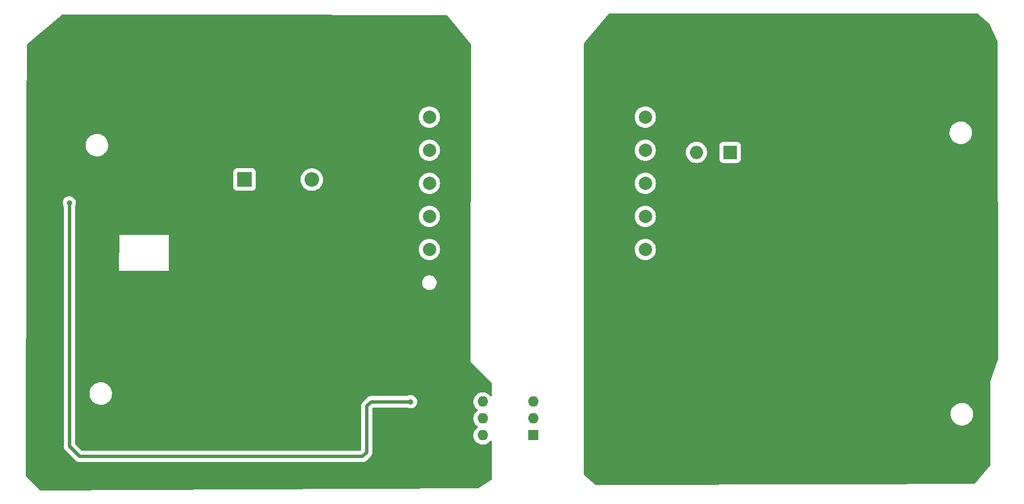
<source format=gbr>
%TF.GenerationSoftware,KiCad,Pcbnew,(6.0.10)*%
%TF.CreationDate,2023-06-11T20:59:40+03:00*%
%TF.ProjectId,flyback,666c7962-6163-46b2-9e6b-696361645f70,rev?*%
%TF.SameCoordinates,Original*%
%TF.FileFunction,Copper,L2,Bot*%
%TF.FilePolarity,Positive*%
%FSLAX46Y46*%
G04 Gerber Fmt 4.6, Leading zero omitted, Abs format (unit mm)*
G04 Created by KiCad (PCBNEW (6.0.10)) date 2023-06-11 20:59:40*
%MOMM*%
%LPD*%
G01*
G04 APERTURE LIST*
%TA.AperFunction,ComponentPad*%
%ADD10R,1.600000X1.600000*%
%TD*%
%TA.AperFunction,ComponentPad*%
%ADD11O,1.600000X1.600000*%
%TD*%
%TA.AperFunction,ComponentPad*%
%ADD12R,2.200000X2.200000*%
%TD*%
%TA.AperFunction,ComponentPad*%
%ADD13O,2.200000X2.200000*%
%TD*%
%TA.AperFunction,ComponentPad*%
%ADD14C,2.000000*%
%TD*%
%TA.AperFunction,ComponentPad*%
%ADD15O,2.000000X2.000000*%
%TD*%
%TA.AperFunction,ComponentPad*%
%ADD16R,2.000000X2.000000*%
%TD*%
%TA.AperFunction,ViaPad*%
%ADD17C,0.800000*%
%TD*%
%TA.AperFunction,Conductor*%
%ADD18C,0.500000*%
%TD*%
G04 APERTURE END LIST*
D10*
%TO.P,U2,1*%
%TO.N,Net-(R13-Pad2)*%
X171313000Y-119238000D03*
D11*
%TO.P,U2,2*%
%TO.N,Net-(R14-Pad1)*%
X171313000Y-116698000D03*
%TO.P,U2,3,NC*%
%TO.N,unconnected-(U2-Pad3)*%
X171313000Y-114158000D03*
%TO.P,U2,4*%
%TO.N,/Vfb*%
X163693000Y-114158000D03*
%TO.P,U2,5*%
%TO.N,/Vref*%
X163693000Y-116698000D03*
%TO.P,U2,6*%
%TO.N,unconnected-(U2-Pad6)*%
X163693000Y-119238000D03*
%TD*%
D12*
%TO.P,D1,1,K*%
%TO.N,Net-(C10-Pad2)*%
X127733000Y-80626000D03*
D13*
%TO.P,D1,2,A*%
%TO.N,Net-(D1-Pad2)*%
X137893000Y-80626000D03*
%TD*%
D14*
%TO.P,T1,2*%
%TO.N,N/C*%
X155629800Y-91186000D03*
%TO.P,T1,3*%
X155629800Y-86186000D03*
%TO.P,T1,4*%
X155629800Y-81186000D03*
%TO.P,T1,5*%
X155629800Y-76186000D03*
%TO.P,T1,6,AA*%
%TO.N,/Vin*%
X155629800Y-71186000D03*
%TO.P,T1,7,SB*%
%TO.N,Net-(D2-Pad2)*%
X188229800Y-71186000D03*
%TO.P,T1,8*%
%TO.N,N/C*%
X188229800Y-76186000D03*
%TO.P,T1,9*%
X188229800Y-81186000D03*
%TO.P,T1,10*%
X188229800Y-86186000D03*
%TO.P,T1,11*%
X188229800Y-91186000D03*
D15*
%TO.P,T1,12,SA*%
%TO.N,GND2*%
X188229800Y-96186000D03*
%TD*%
D16*
%TO.P,D2,1,K*%
%TO.N,/Vout*%
X201041000Y-76510000D03*
D15*
%TO.P,D2,2,A*%
%TO.N,Net-(D2-Pad2)*%
X195961000Y-76510000D03*
%TD*%
D17*
%TO.N,GND2*%
X202793600Y-118338600D03*
X197231000Y-117602000D03*
X200990200Y-111379000D03*
%TO.N,/Vfb*%
X101269800Y-84150200D03*
X152781000Y-114173000D03*
%TO.N,GND1*%
X118795800Y-67995800D03*
X103555800Y-94335600D03*
%TD*%
D18*
%TO.N,/Vfb*%
X152781000Y-114173000D02*
X146837400Y-114173000D01*
X145542000Y-122453400D02*
X102844600Y-122453400D01*
X146177000Y-114833400D02*
X146177000Y-121818400D01*
X102844600Y-122453400D02*
X101269800Y-120878600D01*
X146837400Y-114173000D02*
X146177000Y-114833400D01*
X101269800Y-120878600D02*
X101269800Y-84150200D01*
X146177000Y-121818400D02*
X145542000Y-122453400D01*
%TD*%
%TA.AperFunction,Conductor*%
%TO.N,GND2*%
G36*
X238474915Y-55569802D02*
G01*
X238491156Y-55582211D01*
X240238946Y-57157684D01*
X240269467Y-57199525D01*
X241413983Y-59740380D01*
X241425100Y-59791995D01*
X241475849Y-107901635D01*
X241468593Y-107943908D01*
X240348207Y-111101016D01*
X240341235Y-117678286D01*
X240334849Y-123702636D01*
X240314775Y-123770735D01*
X240304938Y-123784006D01*
X237959388Y-126549286D01*
X237900070Y-126588297D01*
X237863692Y-126593781D01*
X217526239Y-126657053D01*
X180818603Y-126771254D01*
X180750420Y-126751464D01*
X180736251Y-126740955D01*
X178980496Y-125237286D01*
X178941767Y-125177783D01*
X178936456Y-125141537D01*
X178940036Y-115963341D01*
X234313633Y-115963341D01*
X234319729Y-116221990D01*
X234364878Y-116476742D01*
X234448041Y-116721733D01*
X234567305Y-116951325D01*
X234719925Y-117160236D01*
X234902389Y-117343658D01*
X234906235Y-117346499D01*
X234906240Y-117346503D01*
X235053812Y-117455501D01*
X235110498Y-117497370D01*
X235114728Y-117499596D01*
X235114732Y-117499598D01*
X235335226Y-117615605D01*
X235339463Y-117617834D01*
X235584015Y-117702279D01*
X235838526Y-117748761D01*
X235921319Y-117753100D01*
X236082582Y-117753100D01*
X236084961Y-117752919D01*
X236084962Y-117752919D01*
X236270009Y-117738843D01*
X236270014Y-117738842D01*
X236274776Y-117738480D01*
X236279430Y-117737401D01*
X236279432Y-117737401D01*
X236522151Y-117681142D01*
X236522150Y-117681142D01*
X236526815Y-117680061D01*
X236767118Y-117584190D01*
X236990154Y-117453073D01*
X236993865Y-117450052D01*
X236993869Y-117450049D01*
X237187079Y-117292751D01*
X237190791Y-117289729D01*
X237364413Y-117097915D01*
X237507022Y-116882047D01*
X237615338Y-116647091D01*
X237686868Y-116398455D01*
X237719967Y-116141859D01*
X237713871Y-115883210D01*
X237668722Y-115628458D01*
X237585559Y-115383467D01*
X237466295Y-115153875D01*
X237313675Y-114944964D01*
X237131211Y-114761542D01*
X237127365Y-114758701D01*
X237127360Y-114758697D01*
X236926954Y-114610675D01*
X236926953Y-114610674D01*
X236923102Y-114607830D01*
X236918872Y-114605604D01*
X236918868Y-114605602D01*
X236698374Y-114489595D01*
X236698372Y-114489594D01*
X236694137Y-114487366D01*
X236449585Y-114402921D01*
X236195074Y-114356439D01*
X236112281Y-114352100D01*
X235951018Y-114352100D01*
X235948639Y-114352281D01*
X235948638Y-114352281D01*
X235763591Y-114366357D01*
X235763586Y-114366358D01*
X235758824Y-114366720D01*
X235754170Y-114367799D01*
X235754168Y-114367799D01*
X235606351Y-114402061D01*
X235506785Y-114425139D01*
X235266482Y-114521010D01*
X235043446Y-114652127D01*
X235039735Y-114655148D01*
X235039731Y-114655151D01*
X234904883Y-114764935D01*
X234842809Y-114815471D01*
X234669187Y-115007285D01*
X234526578Y-115223153D01*
X234418262Y-115458109D01*
X234346732Y-115706745D01*
X234313633Y-115963341D01*
X178940036Y-115963341D01*
X178949699Y-91186000D01*
X186624351Y-91186000D01*
X186644117Y-91437148D01*
X186702927Y-91682111D01*
X186799334Y-91914859D01*
X186930964Y-92129659D01*
X186934176Y-92133419D01*
X186934179Y-92133424D01*
X187079056Y-92303052D01*
X187094576Y-92321224D01*
X187098338Y-92324437D01*
X187282376Y-92481621D01*
X187282381Y-92481624D01*
X187286141Y-92484836D01*
X187500941Y-92616466D01*
X187505511Y-92618359D01*
X187505515Y-92618361D01*
X187729116Y-92710979D01*
X187733689Y-92712873D01*
X187818089Y-92733135D01*
X187973839Y-92770528D01*
X187973845Y-92770529D01*
X187978652Y-92771683D01*
X188229800Y-92791449D01*
X188480948Y-92771683D01*
X188485755Y-92770529D01*
X188485761Y-92770528D01*
X188641511Y-92733135D01*
X188725911Y-92712873D01*
X188730484Y-92710979D01*
X188954085Y-92618361D01*
X188954089Y-92618359D01*
X188958659Y-92616466D01*
X189173459Y-92484836D01*
X189177219Y-92481624D01*
X189177224Y-92481621D01*
X189361262Y-92324437D01*
X189365024Y-92321224D01*
X189380544Y-92303052D01*
X189525421Y-92133424D01*
X189525424Y-92133419D01*
X189528636Y-92129659D01*
X189660266Y-91914859D01*
X189756673Y-91682111D01*
X189815483Y-91437148D01*
X189835249Y-91186000D01*
X189815483Y-90934852D01*
X189756673Y-90689889D01*
X189660266Y-90457141D01*
X189528636Y-90242341D01*
X189525424Y-90238581D01*
X189525421Y-90238576D01*
X189368237Y-90054538D01*
X189365024Y-90050776D01*
X189346852Y-90035256D01*
X189177224Y-89890379D01*
X189177219Y-89890376D01*
X189173459Y-89887164D01*
X188958659Y-89755534D01*
X188954089Y-89753641D01*
X188954085Y-89753639D01*
X188730484Y-89661021D01*
X188730482Y-89661020D01*
X188725911Y-89659127D01*
X188641511Y-89638865D01*
X188485761Y-89601472D01*
X188485755Y-89601471D01*
X188480948Y-89600317D01*
X188229800Y-89580551D01*
X187978652Y-89600317D01*
X187973845Y-89601471D01*
X187973839Y-89601472D01*
X187818089Y-89638865D01*
X187733689Y-89659127D01*
X187729118Y-89661020D01*
X187729116Y-89661021D01*
X187505515Y-89753639D01*
X187505511Y-89753641D01*
X187500941Y-89755534D01*
X187286141Y-89887164D01*
X187282381Y-89890376D01*
X187282376Y-89890379D01*
X187112748Y-90035256D01*
X187094576Y-90050776D01*
X187091363Y-90054538D01*
X186934179Y-90238576D01*
X186934176Y-90238581D01*
X186930964Y-90242341D01*
X186799334Y-90457141D01*
X186702927Y-90689889D01*
X186644117Y-90934852D01*
X186624351Y-91186000D01*
X178949699Y-91186000D01*
X178951649Y-86186000D01*
X186624351Y-86186000D01*
X186644117Y-86437148D01*
X186702927Y-86682111D01*
X186799334Y-86914859D01*
X186930964Y-87129659D01*
X186934176Y-87133419D01*
X186934179Y-87133424D01*
X187079056Y-87303052D01*
X187094576Y-87321224D01*
X187098338Y-87324437D01*
X187282376Y-87481621D01*
X187282381Y-87481624D01*
X187286141Y-87484836D01*
X187500941Y-87616466D01*
X187505511Y-87618359D01*
X187505515Y-87618361D01*
X187729116Y-87710979D01*
X187733689Y-87712873D01*
X187818089Y-87733135D01*
X187973839Y-87770528D01*
X187973845Y-87770529D01*
X187978652Y-87771683D01*
X188229800Y-87791449D01*
X188480948Y-87771683D01*
X188485755Y-87770529D01*
X188485761Y-87770528D01*
X188641511Y-87733135D01*
X188725911Y-87712873D01*
X188730484Y-87710979D01*
X188954085Y-87618361D01*
X188954089Y-87618359D01*
X188958659Y-87616466D01*
X189173459Y-87484836D01*
X189177219Y-87481624D01*
X189177224Y-87481621D01*
X189361262Y-87324437D01*
X189365024Y-87321224D01*
X189380544Y-87303052D01*
X189525421Y-87133424D01*
X189525424Y-87133419D01*
X189528636Y-87129659D01*
X189660266Y-86914859D01*
X189756673Y-86682111D01*
X189815483Y-86437148D01*
X189835249Y-86186000D01*
X189815483Y-85934852D01*
X189756673Y-85689889D01*
X189660266Y-85457141D01*
X189528636Y-85242341D01*
X189525424Y-85238581D01*
X189525421Y-85238576D01*
X189368237Y-85054538D01*
X189365024Y-85050776D01*
X189346852Y-85035256D01*
X189177224Y-84890379D01*
X189177219Y-84890376D01*
X189173459Y-84887164D01*
X188958659Y-84755534D01*
X188954089Y-84753641D01*
X188954085Y-84753639D01*
X188730484Y-84661021D01*
X188730482Y-84661020D01*
X188725911Y-84659127D01*
X188641511Y-84638865D01*
X188485761Y-84601472D01*
X188485755Y-84601471D01*
X188480948Y-84600317D01*
X188229800Y-84580551D01*
X187978652Y-84600317D01*
X187973845Y-84601471D01*
X187973839Y-84601472D01*
X187818089Y-84638865D01*
X187733689Y-84659127D01*
X187729118Y-84661020D01*
X187729116Y-84661021D01*
X187505515Y-84753639D01*
X187505511Y-84753641D01*
X187500941Y-84755534D01*
X187286141Y-84887164D01*
X187282381Y-84890376D01*
X187282376Y-84890379D01*
X187112748Y-85035256D01*
X187094576Y-85050776D01*
X187091363Y-85054538D01*
X186934179Y-85238576D01*
X186934176Y-85238581D01*
X186930964Y-85242341D01*
X186799334Y-85457141D01*
X186702927Y-85689889D01*
X186644117Y-85934852D01*
X186624351Y-86186000D01*
X178951649Y-86186000D01*
X178953599Y-81186000D01*
X186624351Y-81186000D01*
X186644117Y-81437148D01*
X186702927Y-81682111D01*
X186799334Y-81914859D01*
X186930964Y-82129659D01*
X186934176Y-82133419D01*
X186934179Y-82133424D01*
X187079056Y-82303052D01*
X187094576Y-82321224D01*
X187098338Y-82324437D01*
X187282376Y-82481621D01*
X187282381Y-82481624D01*
X187286141Y-82484836D01*
X187500941Y-82616466D01*
X187505511Y-82618359D01*
X187505515Y-82618361D01*
X187729116Y-82710979D01*
X187733689Y-82712873D01*
X187818089Y-82733135D01*
X187973839Y-82770528D01*
X187973845Y-82770529D01*
X187978652Y-82771683D01*
X188229800Y-82791449D01*
X188480948Y-82771683D01*
X188485755Y-82770529D01*
X188485761Y-82770528D01*
X188641511Y-82733135D01*
X188725911Y-82712873D01*
X188730484Y-82710979D01*
X188954085Y-82618361D01*
X188954089Y-82618359D01*
X188958659Y-82616466D01*
X189173459Y-82484836D01*
X189177219Y-82481624D01*
X189177224Y-82481621D01*
X189361262Y-82324437D01*
X189365024Y-82321224D01*
X189380544Y-82303052D01*
X189525421Y-82133424D01*
X189525424Y-82133419D01*
X189528636Y-82129659D01*
X189660266Y-81914859D01*
X189756673Y-81682111D01*
X189815483Y-81437148D01*
X189835249Y-81186000D01*
X189815483Y-80934852D01*
X189756673Y-80689889D01*
X189660266Y-80457141D01*
X189528636Y-80242341D01*
X189525424Y-80238581D01*
X189525421Y-80238576D01*
X189368237Y-80054538D01*
X189365024Y-80050776D01*
X189346852Y-80035256D01*
X189177224Y-79890379D01*
X189177219Y-79890376D01*
X189173459Y-79887164D01*
X188958659Y-79755534D01*
X188954089Y-79753641D01*
X188954085Y-79753639D01*
X188730484Y-79661021D01*
X188730482Y-79661020D01*
X188725911Y-79659127D01*
X188641511Y-79638865D01*
X188485761Y-79601472D01*
X188485755Y-79601471D01*
X188480948Y-79600317D01*
X188229800Y-79580551D01*
X187978652Y-79600317D01*
X187973845Y-79601471D01*
X187973839Y-79601472D01*
X187818089Y-79638865D01*
X187733689Y-79659127D01*
X187729118Y-79661020D01*
X187729116Y-79661021D01*
X187505515Y-79753639D01*
X187505511Y-79753641D01*
X187500941Y-79755534D01*
X187286141Y-79887164D01*
X187282381Y-79890376D01*
X187282376Y-79890379D01*
X187112748Y-80035256D01*
X187094576Y-80050776D01*
X187091363Y-80054538D01*
X186934179Y-80238576D01*
X186934176Y-80238581D01*
X186930964Y-80242341D01*
X186799334Y-80457141D01*
X186702927Y-80689889D01*
X186644117Y-80934852D01*
X186624351Y-81186000D01*
X178953599Y-81186000D01*
X178954104Y-79890379D01*
X178955549Y-76186000D01*
X186624351Y-76186000D01*
X186644117Y-76437148D01*
X186645271Y-76441955D01*
X186645272Y-76441961D01*
X186682665Y-76597711D01*
X186702927Y-76682111D01*
X186704820Y-76686682D01*
X186704821Y-76686684D01*
X186737659Y-76765961D01*
X186799334Y-76914859D01*
X186930964Y-77129659D01*
X186934176Y-77133419D01*
X186934179Y-77133424D01*
X187027834Y-77243079D01*
X187094576Y-77321224D01*
X187098338Y-77324437D01*
X187282376Y-77481621D01*
X187282381Y-77481624D01*
X187286141Y-77484836D01*
X187500941Y-77616466D01*
X187505511Y-77618359D01*
X187505515Y-77618361D01*
X187729116Y-77710979D01*
X187733689Y-77712873D01*
X187818089Y-77733135D01*
X187973839Y-77770528D01*
X187973845Y-77770529D01*
X187978652Y-77771683D01*
X188229800Y-77791449D01*
X188480948Y-77771683D01*
X188485755Y-77770529D01*
X188485761Y-77770528D01*
X188641511Y-77733135D01*
X188725911Y-77712873D01*
X188730484Y-77710979D01*
X188954085Y-77618361D01*
X188954089Y-77618359D01*
X188958659Y-77616466D01*
X189173459Y-77484836D01*
X189177219Y-77481624D01*
X189177224Y-77481621D01*
X189361262Y-77324437D01*
X189365024Y-77321224D01*
X189431766Y-77243079D01*
X189525421Y-77133424D01*
X189525424Y-77133419D01*
X189528636Y-77129659D01*
X189660266Y-76914859D01*
X189721942Y-76765961D01*
X189754779Y-76686684D01*
X189754780Y-76686682D01*
X189756673Y-76682111D01*
X189776935Y-76597711D01*
X189797993Y-76510000D01*
X194355551Y-76510000D01*
X194375317Y-76761148D01*
X194434127Y-77006111D01*
X194436020Y-77010682D01*
X194436021Y-77010684D01*
X194486862Y-77133424D01*
X194530534Y-77238859D01*
X194662164Y-77453659D01*
X194665376Y-77457419D01*
X194665379Y-77457424D01*
X194799006Y-77613880D01*
X194825776Y-77645224D01*
X194829538Y-77648437D01*
X195013576Y-77805621D01*
X195013581Y-77805624D01*
X195017341Y-77808836D01*
X195232141Y-77940466D01*
X195236711Y-77942359D01*
X195236715Y-77942361D01*
X195460316Y-78034979D01*
X195464889Y-78036873D01*
X195549289Y-78057135D01*
X195705039Y-78094528D01*
X195705045Y-78094529D01*
X195709852Y-78095683D01*
X195961000Y-78115449D01*
X196212148Y-78095683D01*
X196216955Y-78094529D01*
X196216961Y-78094528D01*
X196372711Y-78057135D01*
X196457111Y-78036873D01*
X196461684Y-78034979D01*
X196685285Y-77942361D01*
X196685289Y-77942359D01*
X196689859Y-77940466D01*
X196904659Y-77808836D01*
X196908419Y-77805624D01*
X196908424Y-77805621D01*
X197092462Y-77648437D01*
X197096224Y-77645224D01*
X197122994Y-77613880D01*
X197256621Y-77457424D01*
X197256624Y-77457419D01*
X197259836Y-77453659D01*
X197391466Y-77238859D01*
X197435139Y-77133424D01*
X197485979Y-77010684D01*
X197485980Y-77010682D01*
X197487873Y-77006111D01*
X197546683Y-76761148D01*
X197566449Y-76510000D01*
X197546683Y-76258852D01*
X197530377Y-76190930D01*
X197489028Y-76018701D01*
X197487873Y-76013889D01*
X197455135Y-75934852D01*
X197393361Y-75785715D01*
X197393359Y-75785711D01*
X197391466Y-75781141D01*
X197259836Y-75566341D01*
X197256624Y-75562581D01*
X197256621Y-75562576D01*
X197178099Y-75470639D01*
X199440500Y-75470639D01*
X199440501Y-77549360D01*
X199441039Y-77553444D01*
X199441039Y-77553450D01*
X199454878Y-77658574D01*
X199455956Y-77666762D01*
X199516464Y-77812841D01*
X199612718Y-77938282D01*
X199738159Y-78034536D01*
X199884238Y-78095044D01*
X199892426Y-78096122D01*
X199997545Y-78109961D01*
X200001639Y-78110500D01*
X201040873Y-78110500D01*
X202080360Y-78110499D01*
X202084444Y-78109961D01*
X202084450Y-78109961D01*
X202189575Y-78096122D01*
X202189577Y-78096122D01*
X202197762Y-78095044D01*
X202343841Y-78034536D01*
X202469282Y-77938282D01*
X202565536Y-77812841D01*
X202626044Y-77666762D01*
X202641500Y-77549361D01*
X202641499Y-75470640D01*
X202640325Y-75461715D01*
X202627122Y-75361425D01*
X202627122Y-75361423D01*
X202626044Y-75353238D01*
X202565536Y-75207159D01*
X202469282Y-75081718D01*
X202343841Y-74985464D01*
X202197762Y-74924956D01*
X202189574Y-74923878D01*
X202084448Y-74910038D01*
X202084447Y-74910038D01*
X202080361Y-74909500D01*
X201041127Y-74909500D01*
X200001640Y-74909501D01*
X199997556Y-74910039D01*
X199997550Y-74910039D01*
X199892425Y-74923878D01*
X199892423Y-74923878D01*
X199884238Y-74924956D01*
X199738159Y-74985464D01*
X199612718Y-75081718D01*
X199516464Y-75207159D01*
X199455956Y-75353238D01*
X199440500Y-75470639D01*
X197178099Y-75470639D01*
X197099437Y-75378538D01*
X197096224Y-75374776D01*
X196960339Y-75258719D01*
X196908424Y-75214379D01*
X196908419Y-75214376D01*
X196904659Y-75211164D01*
X196689859Y-75079534D01*
X196685289Y-75077641D01*
X196685285Y-75077639D01*
X196461684Y-74985021D01*
X196461682Y-74985020D01*
X196457111Y-74983127D01*
X196356085Y-74958873D01*
X196216961Y-74925472D01*
X196216955Y-74925471D01*
X196212148Y-74924317D01*
X195961000Y-74904551D01*
X195709852Y-74924317D01*
X195705045Y-74925471D01*
X195705039Y-74925472D01*
X195565915Y-74958873D01*
X195464889Y-74983127D01*
X195460318Y-74985020D01*
X195460316Y-74985021D01*
X195236715Y-75077639D01*
X195236711Y-75077641D01*
X195232141Y-75079534D01*
X195017341Y-75211164D01*
X195013581Y-75214376D01*
X195013576Y-75214379D01*
X194961661Y-75258719D01*
X194825776Y-75374776D01*
X194822563Y-75378538D01*
X194665379Y-75562576D01*
X194665376Y-75562581D01*
X194662164Y-75566341D01*
X194530534Y-75781141D01*
X194528641Y-75785711D01*
X194528639Y-75785715D01*
X194466865Y-75934852D01*
X194434127Y-76013889D01*
X194432972Y-76018701D01*
X194391624Y-76190930D01*
X194375317Y-76258852D01*
X194355551Y-76510000D01*
X189797993Y-76510000D01*
X189814328Y-76441961D01*
X189814329Y-76441955D01*
X189815483Y-76437148D01*
X189835249Y-76186000D01*
X189815483Y-75934852D01*
X189756673Y-75689889D01*
X189705498Y-75566341D01*
X189662161Y-75461715D01*
X189662159Y-75461711D01*
X189660266Y-75457141D01*
X189528636Y-75242341D01*
X189525424Y-75238581D01*
X189525421Y-75238576D01*
X189368237Y-75054538D01*
X189365024Y-75050776D01*
X189309285Y-75003170D01*
X189177224Y-74890379D01*
X189177219Y-74890376D01*
X189173459Y-74887164D01*
X188958659Y-74755534D01*
X188954089Y-74753641D01*
X188954085Y-74753639D01*
X188730484Y-74661021D01*
X188730482Y-74661020D01*
X188725911Y-74659127D01*
X188641511Y-74638865D01*
X188485761Y-74601472D01*
X188485755Y-74601471D01*
X188480948Y-74600317D01*
X188229800Y-74580551D01*
X187978652Y-74600317D01*
X187973845Y-74601471D01*
X187973839Y-74601472D01*
X187818089Y-74638865D01*
X187733689Y-74659127D01*
X187729118Y-74661020D01*
X187729116Y-74661021D01*
X187505515Y-74753639D01*
X187505511Y-74753641D01*
X187500941Y-74755534D01*
X187286141Y-74887164D01*
X187282381Y-74890376D01*
X187282376Y-74890379D01*
X187150315Y-75003170D01*
X187094576Y-75050776D01*
X187091363Y-75054538D01*
X186934179Y-75238576D01*
X186934176Y-75238581D01*
X186930964Y-75242341D01*
X186799334Y-75457141D01*
X186797441Y-75461711D01*
X186797439Y-75461715D01*
X186754102Y-75566341D01*
X186702927Y-75689889D01*
X186644117Y-75934852D01*
X186624351Y-76186000D01*
X178955549Y-76186000D01*
X178956609Y-73469141D01*
X234161233Y-73469141D01*
X234167329Y-73727790D01*
X234212478Y-73982542D01*
X234295641Y-74227533D01*
X234414905Y-74457125D01*
X234567525Y-74666036D01*
X234749989Y-74849458D01*
X234753835Y-74852299D01*
X234753840Y-74852303D01*
X234930962Y-74983127D01*
X234958098Y-75003170D01*
X234962328Y-75005396D01*
X234962332Y-75005398D01*
X235182826Y-75121405D01*
X235187063Y-75123634D01*
X235431615Y-75208079D01*
X235686126Y-75254561D01*
X235768919Y-75258900D01*
X235930182Y-75258900D01*
X235932561Y-75258719D01*
X235932562Y-75258719D01*
X236117609Y-75244643D01*
X236117614Y-75244642D01*
X236122376Y-75244280D01*
X236127030Y-75243201D01*
X236127032Y-75243201D01*
X236369751Y-75186942D01*
X236369750Y-75186942D01*
X236374415Y-75185861D01*
X236614718Y-75089990D01*
X236837754Y-74958873D01*
X236841465Y-74955852D01*
X236841469Y-74955849D01*
X237034679Y-74798551D01*
X237038391Y-74795529D01*
X237212013Y-74603715D01*
X237354622Y-74387847D01*
X237462938Y-74152891D01*
X237534468Y-73904255D01*
X237567567Y-73647659D01*
X237561471Y-73389010D01*
X237516322Y-73134258D01*
X237433159Y-72889267D01*
X237313895Y-72659675D01*
X237161275Y-72450764D01*
X236978811Y-72267342D01*
X236974965Y-72264501D01*
X236974960Y-72264497D01*
X236774554Y-72116475D01*
X236774553Y-72116474D01*
X236770702Y-72113630D01*
X236766472Y-72111404D01*
X236766468Y-72111402D01*
X236545974Y-71995395D01*
X236545972Y-71995394D01*
X236541737Y-71993166D01*
X236297185Y-71908721D01*
X236042674Y-71862239D01*
X235959881Y-71857900D01*
X235798618Y-71857900D01*
X235796239Y-71858081D01*
X235796238Y-71858081D01*
X235611191Y-71872157D01*
X235611186Y-71872158D01*
X235606424Y-71872520D01*
X235601770Y-71873599D01*
X235601768Y-71873599D01*
X235453951Y-71907861D01*
X235354385Y-71930939D01*
X235114082Y-72026810D01*
X234891046Y-72157927D01*
X234887335Y-72160948D01*
X234887331Y-72160951D01*
X234752483Y-72270735D01*
X234690409Y-72321271D01*
X234516787Y-72513085D01*
X234374178Y-72728953D01*
X234372177Y-72733293D01*
X234372175Y-72733297D01*
X234354479Y-72771683D01*
X234265862Y-72963909D01*
X234194332Y-73212545D01*
X234161233Y-73469141D01*
X178956609Y-73469141D01*
X178957499Y-71186000D01*
X186624351Y-71186000D01*
X186644117Y-71437148D01*
X186702927Y-71682111D01*
X186704820Y-71686682D01*
X186704821Y-71686684D01*
X186796792Y-71908721D01*
X186799334Y-71914859D01*
X186930964Y-72129659D01*
X186934176Y-72133419D01*
X186934179Y-72133424D01*
X187048556Y-72267342D01*
X187094576Y-72321224D01*
X187098338Y-72324437D01*
X187282376Y-72481621D01*
X187282381Y-72481624D01*
X187286141Y-72484836D01*
X187500941Y-72616466D01*
X187505511Y-72618359D01*
X187505515Y-72618361D01*
X187615498Y-72663917D01*
X187733689Y-72712873D01*
X187818089Y-72733135D01*
X187973839Y-72770528D01*
X187973845Y-72770529D01*
X187978652Y-72771683D01*
X188229800Y-72791449D01*
X188480948Y-72771683D01*
X188485755Y-72770529D01*
X188485761Y-72770528D01*
X188641511Y-72733135D01*
X188725911Y-72712873D01*
X188844102Y-72663917D01*
X188954085Y-72618361D01*
X188954089Y-72618359D01*
X188958659Y-72616466D01*
X189173459Y-72484836D01*
X189177219Y-72481624D01*
X189177224Y-72481621D01*
X189361262Y-72324437D01*
X189365024Y-72321224D01*
X189411044Y-72267342D01*
X189525421Y-72133424D01*
X189525424Y-72133419D01*
X189528636Y-72129659D01*
X189660266Y-71914859D01*
X189662809Y-71908721D01*
X189754779Y-71686684D01*
X189754780Y-71686682D01*
X189756673Y-71682111D01*
X189815483Y-71437148D01*
X189835249Y-71186000D01*
X189815483Y-70934852D01*
X189756673Y-70689889D01*
X189660266Y-70457141D01*
X189528636Y-70242341D01*
X189525424Y-70238581D01*
X189525421Y-70238576D01*
X189368237Y-70054538D01*
X189365024Y-70050776D01*
X189346852Y-70035256D01*
X189177224Y-69890379D01*
X189177219Y-69890376D01*
X189173459Y-69887164D01*
X188958659Y-69755534D01*
X188954089Y-69753641D01*
X188954085Y-69753639D01*
X188730484Y-69661021D01*
X188730482Y-69661020D01*
X188725911Y-69659127D01*
X188641511Y-69638865D01*
X188485761Y-69601472D01*
X188485755Y-69601471D01*
X188480948Y-69600317D01*
X188229800Y-69580551D01*
X187978652Y-69600317D01*
X187973845Y-69601471D01*
X187973839Y-69601472D01*
X187818089Y-69638865D01*
X187733689Y-69659127D01*
X187729118Y-69661020D01*
X187729116Y-69661021D01*
X187505515Y-69753639D01*
X187505511Y-69753641D01*
X187500941Y-69755534D01*
X187286141Y-69887164D01*
X187282381Y-69890376D01*
X187282376Y-69890379D01*
X187112748Y-70035256D01*
X187094576Y-70050776D01*
X187091363Y-70054538D01*
X186934179Y-70238576D01*
X186934176Y-70238581D01*
X186930964Y-70242341D01*
X186799334Y-70457141D01*
X186702927Y-70689889D01*
X186644117Y-70934852D01*
X186624351Y-71186000D01*
X178957499Y-71186000D01*
X178961815Y-60119499D01*
X178981844Y-60051387D01*
X178990973Y-60038941D01*
X179196524Y-59791995D01*
X182689817Y-55595192D01*
X182748771Y-55555631D01*
X182786659Y-55549800D01*
X238406794Y-55549800D01*
X238474915Y-55569802D01*
G37*
%TD.AperFunction*%
%TD*%
%TA.AperFunction,Conductor*%
%TO.N,GND1*%
G36*
X124011053Y-55748478D02*
G01*
X158183009Y-55778348D01*
X158251111Y-55798410D01*
X158279740Y-55823740D01*
X161870418Y-60137541D01*
X161898625Y-60202694D01*
X161899576Y-60218213D01*
X161874200Y-108127800D01*
X161881748Y-108135408D01*
X161881748Y-108135409D01*
X165012650Y-111291358D01*
X165046426Y-111353806D01*
X165049200Y-111380098D01*
X165049200Y-113249131D01*
X165029198Y-113317252D01*
X164975542Y-113363745D01*
X164905268Y-113373849D01*
X164840688Y-113344355D01*
X164817408Y-113317571D01*
X164809215Y-113304906D01*
X164809213Y-113304903D01*
X164806405Y-113300563D01*
X164785774Y-113277889D01*
X164654890Y-113134051D01*
X164654889Y-113134050D01*
X164651412Y-113130229D01*
X164647361Y-113127030D01*
X164647357Y-113127026D01*
X164474735Y-112990697D01*
X164474730Y-112990693D01*
X164470681Y-112987496D01*
X164466165Y-112985003D01*
X164466162Y-112985001D01*
X164273589Y-112878695D01*
X164273585Y-112878693D01*
X164269065Y-112876198D01*
X164264196Y-112874474D01*
X164264192Y-112874472D01*
X164056853Y-112801049D01*
X164056849Y-112801048D01*
X164051978Y-112799323D01*
X164046885Y-112798416D01*
X164046882Y-112798415D01*
X163950707Y-112781284D01*
X163825250Y-112758937D01*
X163738802Y-112757881D01*
X163600141Y-112756186D01*
X163600139Y-112756186D01*
X163594971Y-112756123D01*
X163367325Y-112790958D01*
X163148424Y-112862506D01*
X162944149Y-112968845D01*
X162759984Y-113107119D01*
X162600877Y-113273616D01*
X162597963Y-113277888D01*
X162597962Y-113277889D01*
X162518617Y-113394205D01*
X162471099Y-113463863D01*
X162468923Y-113468552D01*
X162468919Y-113468558D01*
X162397646Y-113622104D01*
X162374136Y-113672752D01*
X162312592Y-113894673D01*
X162312043Y-113899810D01*
X162304145Y-113973715D01*
X162288119Y-114123665D01*
X162288416Y-114128817D01*
X162288416Y-114128821D01*
X162294057Y-114226649D01*
X162301376Y-114353580D01*
X162302513Y-114358626D01*
X162302514Y-114358632D01*
X162325757Y-114461765D01*
X162352006Y-114578242D01*
X162353948Y-114583024D01*
X162353949Y-114583028D01*
X162422769Y-114752511D01*
X162438649Y-114791618D01*
X162558979Y-114987978D01*
X162709763Y-115162048D01*
X162886953Y-115309154D01*
X162891417Y-115311762D01*
X162891419Y-115311764D01*
X162904940Y-115319665D01*
X162953663Y-115371305D01*
X162966733Y-115441088D01*
X162940000Y-115506859D01*
X162917021Y-115529212D01*
X162764125Y-115644009D01*
X162764119Y-115644015D01*
X162759984Y-115647119D01*
X162600877Y-115813616D01*
X162597963Y-115817888D01*
X162597962Y-115817889D01*
X162508281Y-115949356D01*
X162471099Y-116003863D01*
X162468923Y-116008552D01*
X162468919Y-116008558D01*
X162457145Y-116033924D01*
X162374136Y-116212752D01*
X162312592Y-116434673D01*
X162288119Y-116663665D01*
X162301376Y-116893580D01*
X162302513Y-116898626D01*
X162302514Y-116898632D01*
X162324226Y-116994975D01*
X162352006Y-117118242D01*
X162438649Y-117331618D01*
X162558979Y-117527978D01*
X162709763Y-117702048D01*
X162886953Y-117849154D01*
X162891417Y-117851762D01*
X162891419Y-117851764D01*
X162904940Y-117859665D01*
X162953663Y-117911305D01*
X162966733Y-117981088D01*
X162940000Y-118046859D01*
X162917021Y-118069212D01*
X162764125Y-118184009D01*
X162764119Y-118184015D01*
X162759984Y-118187119D01*
X162600877Y-118353616D01*
X162597963Y-118357888D01*
X162597962Y-118357889D01*
X162508281Y-118489356D01*
X162471099Y-118543863D01*
X162468923Y-118548552D01*
X162468919Y-118548558D01*
X162457145Y-118573924D01*
X162374136Y-118752752D01*
X162312592Y-118974673D01*
X162288119Y-119203665D01*
X162301376Y-119433580D01*
X162302513Y-119438626D01*
X162302514Y-119438632D01*
X162324226Y-119534975D01*
X162352006Y-119658242D01*
X162438649Y-119871618D01*
X162558979Y-120067978D01*
X162709763Y-120242048D01*
X162886953Y-120389154D01*
X163085790Y-120505345D01*
X163300934Y-120587501D01*
X163306000Y-120588532D01*
X163306001Y-120588532D01*
X163406697Y-120609018D01*
X163526607Y-120633414D01*
X163656352Y-120638172D01*
X163751585Y-120641664D01*
X163751589Y-120641664D01*
X163756749Y-120641853D01*
X163761869Y-120641197D01*
X163761871Y-120641197D01*
X163831272Y-120632307D01*
X163985178Y-120612591D01*
X163990126Y-120611106D01*
X163990133Y-120611105D01*
X164200811Y-120547898D01*
X164200810Y-120547898D01*
X164205761Y-120546413D01*
X164412574Y-120445096D01*
X164600062Y-120311363D01*
X164763190Y-120148803D01*
X164820877Y-120068523D01*
X164876872Y-120024875D01*
X164947575Y-120018429D01*
X165010540Y-120051232D01*
X165045774Y-120112868D01*
X165049200Y-120142049D01*
X165049200Y-125840132D01*
X165029198Y-125908253D01*
X164992789Y-125945172D01*
X163048574Y-127233214D01*
X162979566Y-127254173D01*
X127675783Y-127416864D01*
X96927326Y-127558562D01*
X96859114Y-127538874D01*
X96838627Y-127522625D01*
X96564079Y-127254000D01*
X94778483Y-125506931D01*
X94743781Y-125444993D01*
X94740602Y-125416673D01*
X94804902Y-84136163D01*
X100264557Y-84136163D01*
X100280975Y-84331683D01*
X100335058Y-84520291D01*
X100405367Y-84657097D01*
X100419300Y-84714689D01*
X100419300Y-120837538D01*
X100418858Y-120848079D01*
X100414540Y-120899502D01*
X100415442Y-120906262D01*
X100415442Y-120906266D01*
X100425181Y-120979259D01*
X100425551Y-120982313D01*
X100434242Y-121062309D01*
X100436416Y-121068769D01*
X100437086Y-121071817D01*
X100437167Y-121072278D01*
X100437203Y-121072429D01*
X100437336Y-121072888D01*
X100438078Y-121075907D01*
X100438980Y-121082669D01*
X100441313Y-121089079D01*
X100441314Y-121089083D01*
X100466497Y-121158271D01*
X100467514Y-121161175D01*
X100493183Y-121237448D01*
X100496700Y-121243302D01*
X100498000Y-121246114D01*
X100498182Y-121246557D01*
X100498258Y-121246716D01*
X100498486Y-121247134D01*
X100499849Y-121249903D01*
X100502182Y-121256315D01*
X100505836Y-121262073D01*
X100505839Y-121262079D01*
X100545290Y-121324244D01*
X100546908Y-121326863D01*
X100588357Y-121395844D01*
X100593046Y-121400803D01*
X100594928Y-121403282D01*
X100595468Y-121404059D01*
X100598425Y-121407969D01*
X100601198Y-121412338D01*
X100604983Y-121416572D01*
X100658489Y-121470078D01*
X100660942Y-121472600D01*
X100715324Y-121530107D01*
X100720966Y-121533941D01*
X100726166Y-121538367D01*
X100725822Y-121538771D01*
X100733718Y-121545307D01*
X102214167Y-123025756D01*
X102221310Y-123033523D01*
X102254620Y-123072940D01*
X102260039Y-123077083D01*
X102260040Y-123077084D01*
X102318540Y-123121810D01*
X102320960Y-123123708D01*
X102383673Y-123174131D01*
X102389791Y-123177168D01*
X102392402Y-123178838D01*
X102392796Y-123179114D01*
X102392920Y-123179191D01*
X102393342Y-123179423D01*
X102395995Y-123181030D01*
X102401420Y-123185177D01*
X102470440Y-123217361D01*
X102474330Y-123219175D01*
X102477105Y-123220510D01*
X102543080Y-123253261D01*
X102543084Y-123253263D01*
X102549193Y-123256295D01*
X102555818Y-123257947D01*
X102558721Y-123259015D01*
X102559173Y-123259203D01*
X102559308Y-123259251D01*
X102559767Y-123259386D01*
X102562708Y-123260387D01*
X102568897Y-123263273D01*
X102575560Y-123264762D01*
X102575559Y-123264762D01*
X102647431Y-123280827D01*
X102650428Y-123281536D01*
X102716538Y-123298019D01*
X102728494Y-123301000D01*
X102735314Y-123301190D01*
X102738392Y-123301612D01*
X102739309Y-123301777D01*
X102744185Y-123302454D01*
X102749237Y-123303583D01*
X102754907Y-123303900D01*
X102830565Y-123303900D01*
X102834084Y-123303949D01*
X102913212Y-123306159D01*
X102919918Y-123304880D01*
X102926715Y-123304333D01*
X102926758Y-123304862D01*
X102936964Y-123303900D01*
X145500938Y-123303900D01*
X145511479Y-123304342D01*
X145562902Y-123308660D01*
X145569662Y-123307758D01*
X145569666Y-123307758D01*
X145642659Y-123298019D01*
X145645713Y-123297649D01*
X145718928Y-123289695D01*
X145718931Y-123289694D01*
X145725709Y-123288958D01*
X145732169Y-123286784D01*
X145735217Y-123286114D01*
X145735678Y-123286033D01*
X145735829Y-123285997D01*
X145736288Y-123285864D01*
X145739307Y-123285122D01*
X145746069Y-123284220D01*
X145752479Y-123281887D01*
X145752483Y-123281886D01*
X145821671Y-123256703D01*
X145824577Y-123255685D01*
X145894377Y-123232195D01*
X145894379Y-123232194D01*
X145900848Y-123230017D01*
X145906702Y-123226500D01*
X145909514Y-123225200D01*
X145909957Y-123225018D01*
X145910116Y-123224942D01*
X145910534Y-123224714D01*
X145913303Y-123223351D01*
X145919715Y-123221018D01*
X145925473Y-123217364D01*
X145925479Y-123217361D01*
X145987644Y-123177910D01*
X145990263Y-123176292D01*
X146053393Y-123138359D01*
X146053395Y-123138358D01*
X146059244Y-123134843D01*
X146064203Y-123130154D01*
X146066682Y-123128272D01*
X146067459Y-123127732D01*
X146071369Y-123124775D01*
X146075738Y-123122002D01*
X146079972Y-123118217D01*
X146133477Y-123064712D01*
X146135999Y-123062259D01*
X146188549Y-123012565D01*
X146188551Y-123012563D01*
X146193507Y-123007876D01*
X146197341Y-123002234D01*
X146201767Y-122997034D01*
X146202170Y-122997377D01*
X146208704Y-122989485D01*
X146749356Y-122448832D01*
X146757124Y-122441689D01*
X146791326Y-122412786D01*
X146796540Y-122408380D01*
X146845409Y-122344462D01*
X146847302Y-122342047D01*
X146893454Y-122284647D01*
X146893456Y-122284644D01*
X146897731Y-122279327D01*
X146900768Y-122273210D01*
X146902438Y-122270598D01*
X146902714Y-122270204D01*
X146902791Y-122270080D01*
X146903023Y-122269658D01*
X146904630Y-122267005D01*
X146908777Y-122261580D01*
X146942779Y-122188662D01*
X146944110Y-122185895D01*
X146976861Y-122119920D01*
X146976863Y-122119916D01*
X146979895Y-122113807D01*
X146981547Y-122107182D01*
X146982615Y-122104279D01*
X146982803Y-122103827D01*
X146982851Y-122103692D01*
X146982986Y-122103233D01*
X146983987Y-122100292D01*
X146986873Y-122094103D01*
X147004427Y-122015569D01*
X147005136Y-122012572D01*
X147022949Y-121941128D01*
X147022949Y-121941127D01*
X147024600Y-121934506D01*
X147024790Y-121927686D01*
X147025212Y-121924608D01*
X147025377Y-121923691D01*
X147026054Y-121918815D01*
X147027183Y-121913763D01*
X147027500Y-121908093D01*
X147027500Y-121832435D01*
X147027549Y-121828917D01*
X147029568Y-121756609D01*
X147029759Y-121749788D01*
X147028480Y-121743082D01*
X147027933Y-121736285D01*
X147028462Y-121736242D01*
X147027500Y-121726036D01*
X147027500Y-115237880D01*
X147047502Y-115169759D01*
X147064404Y-115148785D01*
X147152783Y-115060405D01*
X147215095Y-115026380D01*
X147241879Y-115023500D01*
X152219088Y-115023500D01*
X152280558Y-115039512D01*
X152378513Y-115094257D01*
X152565118Y-115154889D01*
X152759946Y-115178121D01*
X152766081Y-115177649D01*
X152766083Y-115177649D01*
X152949434Y-115163541D01*
X152949438Y-115163540D01*
X152955576Y-115163068D01*
X153144556Y-115110303D01*
X153319689Y-115021837D01*
X153474303Y-114901040D01*
X153544804Y-114819364D01*
X153598485Y-114757173D01*
X153598485Y-114757172D01*
X153602509Y-114752511D01*
X153607511Y-114743707D01*
X153666863Y-114639228D01*
X153699425Y-114581909D01*
X153761358Y-114395732D01*
X153785949Y-114201071D01*
X153786341Y-114173000D01*
X153767194Y-113977728D01*
X153765413Y-113971829D01*
X153765412Y-113971824D01*
X153712265Y-113795793D01*
X153710484Y-113789894D01*
X153618370Y-113616653D01*
X153494361Y-113464602D01*
X153343180Y-113339535D01*
X153170585Y-113246213D01*
X153076868Y-113217203D01*
X152989039Y-113190015D01*
X152989036Y-113190014D01*
X152983152Y-113188193D01*
X152977027Y-113187549D01*
X152977026Y-113187549D01*
X152794147Y-113168327D01*
X152794146Y-113168327D01*
X152788019Y-113167683D01*
X152665383Y-113178844D01*
X152598759Y-113184907D01*
X152598758Y-113184907D01*
X152592618Y-113185466D01*
X152586704Y-113187207D01*
X152586702Y-113187207D01*
X152457734Y-113225165D01*
X152404393Y-113240864D01*
X152398928Y-113243721D01*
X152275664Y-113308162D01*
X152217289Y-113322500D01*
X146878462Y-113322500D01*
X146867921Y-113322058D01*
X146816498Y-113317740D01*
X146809738Y-113318642D01*
X146809734Y-113318642D01*
X146736741Y-113328381D01*
X146733687Y-113328751D01*
X146660472Y-113336705D01*
X146660469Y-113336706D01*
X146653691Y-113337442D01*
X146647231Y-113339616D01*
X146644183Y-113340286D01*
X146643722Y-113340367D01*
X146643571Y-113340403D01*
X146643112Y-113340536D01*
X146640093Y-113341278D01*
X146633331Y-113342180D01*
X146626921Y-113344513D01*
X146626917Y-113344514D01*
X146557729Y-113369697D01*
X146554823Y-113370715D01*
X146485023Y-113394205D01*
X146485021Y-113394206D01*
X146478552Y-113396383D01*
X146472698Y-113399900D01*
X146469886Y-113401200D01*
X146469443Y-113401382D01*
X146469284Y-113401458D01*
X146468866Y-113401686D01*
X146466097Y-113403049D01*
X146459685Y-113405382D01*
X146453927Y-113409036D01*
X146453921Y-113409039D01*
X146391756Y-113448490D01*
X146389137Y-113450108D01*
X146326007Y-113488041D01*
X146326005Y-113488042D01*
X146320156Y-113491557D01*
X146315197Y-113496246D01*
X146312718Y-113498128D01*
X146311941Y-113498668D01*
X146308031Y-113501625D01*
X146303662Y-113504398D01*
X146299428Y-113508183D01*
X146245923Y-113561688D01*
X146243401Y-113564141D01*
X146185893Y-113618524D01*
X146182059Y-113624166D01*
X146177633Y-113629366D01*
X146177230Y-113629023D01*
X146170696Y-113636915D01*
X145604644Y-114202968D01*
X145596876Y-114210111D01*
X145557460Y-114243420D01*
X145553313Y-114248844D01*
X145553312Y-114248845D01*
X145508598Y-114307329D01*
X145506698Y-114309753D01*
X145467398Y-114358632D01*
X145456269Y-114372473D01*
X145453232Y-114378590D01*
X145451562Y-114381202D01*
X145451286Y-114381596D01*
X145451209Y-114381720D01*
X145450977Y-114382142D01*
X145449370Y-114384795D01*
X145445223Y-114390220D01*
X145411225Y-114463130D01*
X145409890Y-114465905D01*
X145377139Y-114531880D01*
X145377137Y-114531884D01*
X145374105Y-114537993D01*
X145372453Y-114544618D01*
X145371385Y-114547521D01*
X145371197Y-114547973D01*
X145371149Y-114548108D01*
X145371014Y-114548567D01*
X145370013Y-114551508D01*
X145367127Y-114557697D01*
X145365638Y-114564359D01*
X145349573Y-114636231D01*
X145348864Y-114639228D01*
X145339864Y-114675325D01*
X145329400Y-114717294D01*
X145329210Y-114724114D01*
X145328788Y-114727192D01*
X145328623Y-114728109D01*
X145327946Y-114732985D01*
X145326817Y-114738037D01*
X145326500Y-114743707D01*
X145326500Y-114819364D01*
X145326451Y-114822882D01*
X145324241Y-114902011D01*
X145325520Y-114908717D01*
X145326067Y-114915514D01*
X145325538Y-114915557D01*
X145326500Y-114925763D01*
X145326500Y-121413920D01*
X145306498Y-121482041D01*
X145289596Y-121503015D01*
X145226617Y-121565995D01*
X145164305Y-121600020D01*
X145137521Y-121602900D01*
X103249078Y-121602900D01*
X103180957Y-121582898D01*
X103159983Y-121565995D01*
X102157205Y-120563217D01*
X102123179Y-120500905D01*
X102120300Y-120474122D01*
X102120300Y-112839141D01*
X104316433Y-112839141D01*
X104322529Y-113097790D01*
X104334916Y-113167683D01*
X104365842Y-113342180D01*
X104367678Y-113352542D01*
X104450841Y-113597533D01*
X104570105Y-113827125D01*
X104722725Y-114036036D01*
X104905189Y-114219458D01*
X104909035Y-114222299D01*
X104909040Y-114222303D01*
X105109446Y-114370325D01*
X105113298Y-114373170D01*
X105117528Y-114375396D01*
X105117532Y-114375398D01*
X105338026Y-114491405D01*
X105342263Y-114493634D01*
X105586815Y-114578079D01*
X105841326Y-114624561D01*
X105924119Y-114628900D01*
X106085382Y-114628900D01*
X106087761Y-114628719D01*
X106087762Y-114628719D01*
X106272809Y-114614643D01*
X106272814Y-114614642D01*
X106277576Y-114614280D01*
X106282230Y-114613201D01*
X106282232Y-114613201D01*
X106524951Y-114556942D01*
X106524950Y-114556942D01*
X106529615Y-114555861D01*
X106769918Y-114459990D01*
X106992954Y-114328873D01*
X106996665Y-114325852D01*
X106996669Y-114325849D01*
X107184414Y-114173000D01*
X107193591Y-114165529D01*
X107367213Y-113973715D01*
X107509822Y-113757847D01*
X107534130Y-113705120D01*
X107616132Y-113527243D01*
X107616133Y-113527240D01*
X107618138Y-113522891D01*
X107625077Y-113498773D01*
X107673990Y-113328751D01*
X107689668Y-113274255D01*
X107692908Y-113249143D01*
X107722156Y-113022396D01*
X107722767Y-113017659D01*
X107716671Y-112759010D01*
X107671522Y-112504258D01*
X107588359Y-112259267D01*
X107469095Y-112029675D01*
X107316475Y-111820764D01*
X107134011Y-111637342D01*
X107130165Y-111634501D01*
X107130160Y-111634497D01*
X106929754Y-111486475D01*
X106929753Y-111486474D01*
X106925902Y-111483630D01*
X106921672Y-111481404D01*
X106921668Y-111481402D01*
X106701174Y-111365395D01*
X106701172Y-111365394D01*
X106696937Y-111363166D01*
X106452385Y-111278721D01*
X106197874Y-111232239D01*
X106115081Y-111227900D01*
X105953818Y-111227900D01*
X105951439Y-111228081D01*
X105951438Y-111228081D01*
X105766391Y-111242157D01*
X105766386Y-111242158D01*
X105761624Y-111242520D01*
X105756970Y-111243599D01*
X105756968Y-111243599D01*
X105609151Y-111277861D01*
X105509585Y-111300939D01*
X105269282Y-111396810D01*
X105046246Y-111527927D01*
X105042535Y-111530948D01*
X105042531Y-111530951D01*
X104907683Y-111640735D01*
X104845609Y-111691271D01*
X104671987Y-111883085D01*
X104529378Y-112098953D01*
X104421062Y-112333909D01*
X104349532Y-112582545D01*
X104348921Y-112587283D01*
X104348920Y-112587287D01*
X104327041Y-112756906D01*
X104316433Y-112839141D01*
X102120300Y-112839141D01*
X102120300Y-96131996D01*
X154525614Y-96131996D01*
X154535323Y-96341767D01*
X154536727Y-96347592D01*
X154536727Y-96347593D01*
X154560884Y-96447826D01*
X154584524Y-96545918D01*
X154587006Y-96551376D01*
X154587007Y-96551380D01*
X154630120Y-96646201D01*
X154671440Y-96737081D01*
X154792937Y-96908360D01*
X154944631Y-97053575D01*
X154949666Y-97056826D01*
X155116009Y-97164233D01*
X155116012Y-97164234D01*
X155121046Y-97167485D01*
X155126609Y-97169727D01*
X155310255Y-97243739D01*
X155310258Y-97243740D01*
X155315819Y-97245981D01*
X155321700Y-97247129D01*
X155321705Y-97247131D01*
X155517476Y-97285362D01*
X155517479Y-97285362D01*
X155521922Y-97286230D01*
X155527443Y-97286500D01*
X155682269Y-97286500D01*
X155838846Y-97271561D01*
X155844602Y-97269872D01*
X155844604Y-97269872D01*
X155933683Y-97243739D01*
X156040349Y-97212447D01*
X156140747Y-97160739D01*
X156221708Y-97119041D01*
X156221711Y-97119039D01*
X156227039Y-97116295D01*
X156302747Y-97056826D01*
X156387462Y-96990282D01*
X156387467Y-96990278D01*
X156392179Y-96986576D01*
X156396111Y-96982045D01*
X156525879Y-96832502D01*
X156525883Y-96832497D01*
X156529810Y-96827971D01*
X156634966Y-96646201D01*
X156703853Y-96447826D01*
X156719231Y-96341767D01*
X156733125Y-96245944D01*
X156733125Y-96245941D01*
X156733986Y-96240004D01*
X156724277Y-96030233D01*
X156675076Y-95826082D01*
X156632058Y-95731467D01*
X156590640Y-95640374D01*
X156588160Y-95634919D01*
X156466663Y-95463640D01*
X156314969Y-95318425D01*
X156217833Y-95255705D01*
X156143591Y-95207767D01*
X156143588Y-95207766D01*
X156138554Y-95204515D01*
X156132991Y-95202273D01*
X155949345Y-95128261D01*
X155949342Y-95128260D01*
X155943781Y-95126019D01*
X155937900Y-95124871D01*
X155937895Y-95124869D01*
X155742124Y-95086638D01*
X155742121Y-95086638D01*
X155737678Y-95085770D01*
X155732157Y-95085500D01*
X155577331Y-95085500D01*
X155420754Y-95100439D01*
X155414998Y-95102128D01*
X155414996Y-95102128D01*
X155337479Y-95124869D01*
X155219251Y-95159553D01*
X155136305Y-95202273D01*
X155037892Y-95252959D01*
X155037889Y-95252961D01*
X155032561Y-95255705D01*
X155027846Y-95259409D01*
X154872138Y-95381718D01*
X154872133Y-95381722D01*
X154867421Y-95385424D01*
X154863490Y-95389954D01*
X154863489Y-95389955D01*
X154733721Y-95539498D01*
X154733717Y-95539503D01*
X154729790Y-95544029D01*
X154624634Y-95725799D01*
X154555747Y-95924174D01*
X154554886Y-95930109D01*
X154554886Y-95930111D01*
X154539501Y-96036223D01*
X154525614Y-96131996D01*
X102120300Y-96131996D01*
X102120300Y-94437200D01*
X108788200Y-94437200D01*
X116281200Y-94437200D01*
X116281117Y-94419085D01*
X116266149Y-91186000D01*
X154024351Y-91186000D01*
X154044117Y-91437148D01*
X154102927Y-91682111D01*
X154199334Y-91914859D01*
X154330964Y-92129659D01*
X154334176Y-92133419D01*
X154334179Y-92133424D01*
X154479056Y-92303052D01*
X154494576Y-92321224D01*
X154498338Y-92324437D01*
X154682376Y-92481621D01*
X154682381Y-92481624D01*
X154686141Y-92484836D01*
X154900941Y-92616466D01*
X154905511Y-92618359D01*
X154905515Y-92618361D01*
X155129116Y-92710979D01*
X155133689Y-92712873D01*
X155218089Y-92733135D01*
X155373839Y-92770528D01*
X155373845Y-92770529D01*
X155378652Y-92771683D01*
X155629800Y-92791449D01*
X155880948Y-92771683D01*
X155885755Y-92770529D01*
X155885761Y-92770528D01*
X156041511Y-92733135D01*
X156125911Y-92712873D01*
X156130484Y-92710979D01*
X156354085Y-92618361D01*
X156354089Y-92618359D01*
X156358659Y-92616466D01*
X156573459Y-92484836D01*
X156577219Y-92481624D01*
X156577224Y-92481621D01*
X156761262Y-92324437D01*
X156765024Y-92321224D01*
X156780544Y-92303052D01*
X156925421Y-92133424D01*
X156925424Y-92133419D01*
X156928636Y-92129659D01*
X157060266Y-91914859D01*
X157156673Y-91682111D01*
X157215483Y-91437148D01*
X157235249Y-91186000D01*
X157215483Y-90934852D01*
X157156673Y-90689889D01*
X157060266Y-90457141D01*
X156928636Y-90242341D01*
X156925424Y-90238581D01*
X156925421Y-90238576D01*
X156768237Y-90054538D01*
X156765024Y-90050776D01*
X156746852Y-90035256D01*
X156577224Y-89890379D01*
X156577219Y-89890376D01*
X156573459Y-89887164D01*
X156358659Y-89755534D01*
X156354089Y-89753641D01*
X156354085Y-89753639D01*
X156130484Y-89661021D01*
X156130482Y-89661020D01*
X156125911Y-89659127D01*
X156041511Y-89638865D01*
X155885761Y-89601472D01*
X155885755Y-89601471D01*
X155880948Y-89600317D01*
X155629800Y-89580551D01*
X155378652Y-89600317D01*
X155373845Y-89601471D01*
X155373839Y-89601472D01*
X155218089Y-89638865D01*
X155133689Y-89659127D01*
X155129118Y-89661020D01*
X155129116Y-89661021D01*
X154905515Y-89753639D01*
X154905511Y-89753641D01*
X154900941Y-89755534D01*
X154686141Y-89887164D01*
X154682381Y-89890376D01*
X154682376Y-89890379D01*
X154512748Y-90035256D01*
X154494576Y-90050776D01*
X154491363Y-90054538D01*
X154334179Y-90238576D01*
X154334176Y-90238581D01*
X154330964Y-90242341D01*
X154199334Y-90457141D01*
X154102927Y-90689889D01*
X154044117Y-90934852D01*
X154024351Y-91186000D01*
X116266149Y-91186000D01*
X116255884Y-88968915D01*
X116255800Y-88950800D01*
X116242290Y-88950846D01*
X116242289Y-88950846D01*
X109900674Y-88972564D01*
X108839000Y-88976200D01*
X108788200Y-94437200D01*
X102120300Y-94437200D01*
X102120300Y-86186000D01*
X154024351Y-86186000D01*
X154044117Y-86437148D01*
X154102927Y-86682111D01*
X154199334Y-86914859D01*
X154330964Y-87129659D01*
X154334176Y-87133419D01*
X154334179Y-87133424D01*
X154479056Y-87303052D01*
X154494576Y-87321224D01*
X154498338Y-87324437D01*
X154682376Y-87481621D01*
X154682381Y-87481624D01*
X154686141Y-87484836D01*
X154900941Y-87616466D01*
X154905511Y-87618359D01*
X154905515Y-87618361D01*
X155129116Y-87710979D01*
X155133689Y-87712873D01*
X155218089Y-87733135D01*
X155373839Y-87770528D01*
X155373845Y-87770529D01*
X155378652Y-87771683D01*
X155629800Y-87791449D01*
X155880948Y-87771683D01*
X155885755Y-87770529D01*
X155885761Y-87770528D01*
X156041511Y-87733135D01*
X156125911Y-87712873D01*
X156130484Y-87710979D01*
X156354085Y-87618361D01*
X156354089Y-87618359D01*
X156358659Y-87616466D01*
X156573459Y-87484836D01*
X156577219Y-87481624D01*
X156577224Y-87481621D01*
X156761262Y-87324437D01*
X156765024Y-87321224D01*
X156780544Y-87303052D01*
X156925421Y-87133424D01*
X156925424Y-87133419D01*
X156928636Y-87129659D01*
X157060266Y-86914859D01*
X157156673Y-86682111D01*
X157215483Y-86437148D01*
X157235249Y-86186000D01*
X157215483Y-85934852D01*
X157156673Y-85689889D01*
X157060266Y-85457141D01*
X156928636Y-85242341D01*
X156925424Y-85238581D01*
X156925421Y-85238576D01*
X156768237Y-85054538D01*
X156765024Y-85050776D01*
X156746852Y-85035256D01*
X156577224Y-84890379D01*
X156577219Y-84890376D01*
X156573459Y-84887164D01*
X156358659Y-84755534D01*
X156354089Y-84753641D01*
X156354085Y-84753639D01*
X156130484Y-84661021D01*
X156130482Y-84661020D01*
X156125911Y-84659127D01*
X156041511Y-84638865D01*
X155885761Y-84601472D01*
X155885755Y-84601471D01*
X155880948Y-84600317D01*
X155629800Y-84580551D01*
X155378652Y-84600317D01*
X155373845Y-84601471D01*
X155373839Y-84601472D01*
X155218089Y-84638865D01*
X155133689Y-84659127D01*
X155129118Y-84661020D01*
X155129116Y-84661021D01*
X154905515Y-84753639D01*
X154905511Y-84753641D01*
X154900941Y-84755534D01*
X154686141Y-84887164D01*
X154682381Y-84890376D01*
X154682376Y-84890379D01*
X154512748Y-85035256D01*
X154494576Y-85050776D01*
X154491363Y-85054538D01*
X154334179Y-85238576D01*
X154334176Y-85238581D01*
X154330964Y-85242341D01*
X154199334Y-85457141D01*
X154102927Y-85689889D01*
X154044117Y-85934852D01*
X154024351Y-86186000D01*
X102120300Y-86186000D01*
X102120300Y-84711968D01*
X102136744Y-84649731D01*
X102185179Y-84564472D01*
X102185181Y-84564467D01*
X102188225Y-84559109D01*
X102250158Y-84372932D01*
X102274749Y-84178271D01*
X102275141Y-84150200D01*
X102255994Y-83954928D01*
X102254213Y-83949029D01*
X102254212Y-83949024D01*
X102201065Y-83772993D01*
X102199284Y-83767094D01*
X102107170Y-83593853D01*
X101983161Y-83441802D01*
X101831980Y-83316735D01*
X101659385Y-83223413D01*
X101565669Y-83194403D01*
X101477839Y-83167215D01*
X101477836Y-83167214D01*
X101471952Y-83165393D01*
X101465827Y-83164749D01*
X101465826Y-83164749D01*
X101282947Y-83145527D01*
X101282946Y-83145527D01*
X101276819Y-83144883D01*
X101154183Y-83156044D01*
X101087559Y-83162107D01*
X101087558Y-83162107D01*
X101081418Y-83162666D01*
X101075504Y-83164407D01*
X101075502Y-83164407D01*
X100946534Y-83202365D01*
X100893193Y-83218064D01*
X100887728Y-83220921D01*
X100724772Y-83306112D01*
X100724768Y-83306115D01*
X100719312Y-83308967D01*
X100714512Y-83312827D01*
X100714511Y-83312827D01*
X100680126Y-83340473D01*
X100566400Y-83431911D01*
X100440280Y-83582216D01*
X100437316Y-83587608D01*
X100437313Y-83587612D01*
X100358613Y-83730767D01*
X100345756Y-83754154D01*
X100286428Y-83941178D01*
X100264557Y-84136163D01*
X94804902Y-84136163D01*
X94812144Y-79486639D01*
X126032500Y-79486639D01*
X126032501Y-81765360D01*
X126033039Y-81769444D01*
X126033039Y-81769450D01*
X126046878Y-81874574D01*
X126047956Y-81882762D01*
X126108464Y-82028841D01*
X126204718Y-82154282D01*
X126330159Y-82250536D01*
X126476238Y-82311044D01*
X126484426Y-82312122D01*
X126589545Y-82325961D01*
X126593639Y-82326500D01*
X127732861Y-82326500D01*
X128872360Y-82326499D01*
X128876444Y-82325961D01*
X128876450Y-82325961D01*
X128981575Y-82312122D01*
X128981577Y-82312122D01*
X128989762Y-82311044D01*
X129135841Y-82250536D01*
X129261282Y-82154282D01*
X129357536Y-82028841D01*
X129418044Y-81882762D01*
X129433500Y-81765361D01*
X129433499Y-80581361D01*
X136188316Y-80581361D01*
X136188540Y-80586027D01*
X136188540Y-80586033D01*
X136193529Y-80689889D01*
X136200443Y-80833820D01*
X136201356Y-80838409D01*
X136220540Y-80934852D01*
X136249752Y-81081713D01*
X136251331Y-81086111D01*
X136251333Y-81086118D01*
X136333577Y-81315186D01*
X136335160Y-81319595D01*
X136454792Y-81542240D01*
X136457587Y-81545984D01*
X136457589Y-81545986D01*
X136603226Y-81741018D01*
X136603231Y-81741024D01*
X136606018Y-81744756D01*
X136609327Y-81748036D01*
X136609332Y-81748042D01*
X136736973Y-81874574D01*
X136785517Y-81922696D01*
X136789279Y-81925454D01*
X136789282Y-81925457D01*
X136985575Y-82069384D01*
X136989346Y-82072149D01*
X136993481Y-82074325D01*
X136993485Y-82074327D01*
X137090639Y-82125442D01*
X137213026Y-82189833D01*
X137451644Y-82273162D01*
X137456237Y-82274034D01*
X137695369Y-82319435D01*
X137695372Y-82319435D01*
X137699958Y-82320306D01*
X137820081Y-82325026D01*
X137947845Y-82330046D01*
X137947850Y-82330046D01*
X137952513Y-82330229D01*
X138034737Y-82321224D01*
X138199107Y-82303223D01*
X138199112Y-82303222D01*
X138203760Y-82302713D01*
X138389942Y-82253696D01*
X138443658Y-82239554D01*
X138443661Y-82239553D01*
X138448181Y-82238363D01*
X138632192Y-82159305D01*
X138676111Y-82140436D01*
X138676113Y-82140435D01*
X138680405Y-82138591D01*
X138787774Y-82072149D01*
X138891358Y-82008050D01*
X138891362Y-82008047D01*
X138895331Y-82005591D01*
X138989989Y-81925457D01*
X139084672Y-81845302D01*
X139084673Y-81845301D01*
X139088238Y-81842283D01*
X139170886Y-81748042D01*
X139251806Y-81655771D01*
X139251810Y-81655766D01*
X139254888Y-81652256D01*
X139325653Y-81542240D01*
X139389094Y-81443610D01*
X139389096Y-81443607D01*
X139391619Y-81439684D01*
X139495428Y-81209236D01*
X139501981Y-81186000D01*
X154024351Y-81186000D01*
X154044117Y-81437148D01*
X154045271Y-81441955D01*
X154045272Y-81441961D01*
X154082665Y-81597711D01*
X154102927Y-81682111D01*
X154104820Y-81686682D01*
X154104821Y-81686684D01*
X154189199Y-81890390D01*
X154199334Y-81914859D01*
X154330964Y-82129659D01*
X154334176Y-82133419D01*
X154334179Y-82133424D01*
X154452210Y-82271620D01*
X154494576Y-82321224D01*
X154512748Y-82336744D01*
X154682376Y-82481621D01*
X154682381Y-82481624D01*
X154686141Y-82484836D01*
X154900941Y-82616466D01*
X154905511Y-82618359D01*
X154905515Y-82618361D01*
X155129116Y-82710979D01*
X155133689Y-82712873D01*
X155218089Y-82733135D01*
X155373839Y-82770528D01*
X155373845Y-82770529D01*
X155378652Y-82771683D01*
X155629800Y-82791449D01*
X155880948Y-82771683D01*
X155885755Y-82770529D01*
X155885761Y-82770528D01*
X156041511Y-82733135D01*
X156125911Y-82712873D01*
X156130484Y-82710979D01*
X156354085Y-82618361D01*
X156354089Y-82618359D01*
X156358659Y-82616466D01*
X156573459Y-82484836D01*
X156577219Y-82481624D01*
X156577224Y-82481621D01*
X156746852Y-82336744D01*
X156765024Y-82321224D01*
X156807390Y-82271620D01*
X156925421Y-82133424D01*
X156925424Y-82133419D01*
X156928636Y-82129659D01*
X157060266Y-81914859D01*
X157070402Y-81890390D01*
X157154779Y-81686684D01*
X157154780Y-81686682D01*
X157156673Y-81682111D01*
X157176935Y-81597711D01*
X157214328Y-81441961D01*
X157214329Y-81441955D01*
X157215483Y-81437148D01*
X157235249Y-81186000D01*
X157215483Y-80934852D01*
X157156673Y-80689889D01*
X157154779Y-80685316D01*
X157062161Y-80461715D01*
X157062159Y-80461711D01*
X157060266Y-80457141D01*
X156928636Y-80242341D01*
X156925424Y-80238581D01*
X156925421Y-80238576D01*
X156768237Y-80054538D01*
X156765024Y-80050776D01*
X156584058Y-79896216D01*
X156577224Y-79890379D01*
X156577219Y-79890376D01*
X156573459Y-79887164D01*
X156358659Y-79755534D01*
X156354089Y-79753641D01*
X156354085Y-79753639D01*
X156130484Y-79661021D01*
X156130482Y-79661020D01*
X156125911Y-79659127D01*
X156041511Y-79638865D01*
X155885761Y-79601472D01*
X155885755Y-79601471D01*
X155880948Y-79600317D01*
X155629800Y-79580551D01*
X155378652Y-79600317D01*
X155373845Y-79601471D01*
X155373839Y-79601472D01*
X155218089Y-79638865D01*
X155133689Y-79659127D01*
X155129118Y-79661020D01*
X155129116Y-79661021D01*
X154905515Y-79753639D01*
X154905511Y-79753641D01*
X154900941Y-79755534D01*
X154686141Y-79887164D01*
X154682381Y-79890376D01*
X154682376Y-79890379D01*
X154675542Y-79896216D01*
X154494576Y-80050776D01*
X154491363Y-80054538D01*
X154334179Y-80238576D01*
X154334176Y-80238581D01*
X154330964Y-80242341D01*
X154199334Y-80457141D01*
X154197441Y-80461711D01*
X154197439Y-80461715D01*
X154104821Y-80685316D01*
X154102927Y-80689889D01*
X154044117Y-80934852D01*
X154024351Y-81186000D01*
X139501981Y-81186000D01*
X139564034Y-80965976D01*
X139580263Y-80838409D01*
X139595533Y-80718378D01*
X139595533Y-80718372D01*
X139595931Y-80715247D01*
X139598268Y-80626000D01*
X139594605Y-80576707D01*
X139579883Y-80378597D01*
X139579882Y-80378593D01*
X139579537Y-80373945D01*
X139523756Y-80127428D01*
X139432150Y-79891863D01*
X139427988Y-79884580D01*
X139309050Y-79676484D01*
X139306731Y-79672426D01*
X139163519Y-79490763D01*
X139153147Y-79477606D01*
X139153144Y-79477603D01*
X139150255Y-79473938D01*
X138966160Y-79300758D01*
X138758489Y-79156691D01*
X138754296Y-79154623D01*
X138535993Y-79046968D01*
X138535990Y-79046967D01*
X138531805Y-79044903D01*
X138487379Y-79030682D01*
X138386229Y-78998304D01*
X138291087Y-78967849D01*
X138286480Y-78967099D01*
X138286477Y-78967098D01*
X138046235Y-78927972D01*
X138046236Y-78927972D01*
X138041624Y-78927221D01*
X137919026Y-78925616D01*
X137793573Y-78923974D01*
X137793570Y-78923974D01*
X137788896Y-78923913D01*
X137538455Y-78957996D01*
X137533965Y-78959305D01*
X137533959Y-78959306D01*
X137430851Y-78989360D01*
X137295803Y-79028723D01*
X137291556Y-79030681D01*
X137291553Y-79030682D01*
X137256226Y-79046968D01*
X137066270Y-79134539D01*
X137062361Y-79137102D01*
X136858812Y-79270554D01*
X136858807Y-79270558D01*
X136854899Y-79273120D01*
X136823933Y-79300758D01*
X136747208Y-79369238D01*
X136666333Y-79441421D01*
X136504715Y-79635746D01*
X136373595Y-79851825D01*
X136371786Y-79856139D01*
X136371785Y-79856141D01*
X136356806Y-79891863D01*
X136275854Y-80084911D01*
X136213639Y-80329883D01*
X136188316Y-80581361D01*
X129433499Y-80581361D01*
X129433499Y-79486640D01*
X129427547Y-79441421D01*
X129419122Y-79377425D01*
X129419122Y-79377423D01*
X129418044Y-79369238D01*
X129357536Y-79223159D01*
X129261282Y-79097718D01*
X129135841Y-79001464D01*
X128989762Y-78940956D01*
X128891138Y-78927972D01*
X128876448Y-78926038D01*
X128876447Y-78926038D01*
X128872361Y-78925500D01*
X127733139Y-78925500D01*
X126593640Y-78925501D01*
X126589556Y-78926039D01*
X126589550Y-78926039D01*
X126484425Y-78939878D01*
X126484423Y-78939878D01*
X126476238Y-78940956D01*
X126330159Y-79001464D01*
X126204718Y-79097718D01*
X126108464Y-79223159D01*
X126047956Y-79369238D01*
X126032500Y-79486639D01*
X94812144Y-79486639D01*
X94818629Y-75323341D01*
X103732233Y-75323341D01*
X103738329Y-75581990D01*
X103783478Y-75836742D01*
X103866641Y-76081733D01*
X103985905Y-76311325D01*
X104138525Y-76520236D01*
X104320989Y-76703658D01*
X104324835Y-76706499D01*
X104324840Y-76706503D01*
X104472412Y-76815501D01*
X104529098Y-76857370D01*
X104533328Y-76859596D01*
X104533332Y-76859598D01*
X104753826Y-76975605D01*
X104758063Y-76977834D01*
X105002615Y-77062279D01*
X105257126Y-77108761D01*
X105339919Y-77113100D01*
X105501182Y-77113100D01*
X105503561Y-77112919D01*
X105503562Y-77112919D01*
X105688609Y-77098843D01*
X105688614Y-77098842D01*
X105693376Y-77098480D01*
X105698030Y-77097401D01*
X105698032Y-77097401D01*
X105940751Y-77041142D01*
X105940750Y-77041142D01*
X105945415Y-77040061D01*
X106185718Y-76944190D01*
X106408754Y-76813073D01*
X106412465Y-76810052D01*
X106412469Y-76810049D01*
X106605679Y-76652751D01*
X106609391Y-76649729D01*
X106783013Y-76457915D01*
X106925622Y-76242047D01*
X106949188Y-76190930D01*
X106951461Y-76186000D01*
X154024351Y-76186000D01*
X154044117Y-76437148D01*
X154045271Y-76441955D01*
X154045272Y-76441961D01*
X154064879Y-76523630D01*
X154102927Y-76682111D01*
X154104820Y-76686682D01*
X154104821Y-76686684D01*
X154158179Y-76815501D01*
X154199334Y-76914859D01*
X154330964Y-77129659D01*
X154334176Y-77133419D01*
X154334179Y-77133424D01*
X154479056Y-77303052D01*
X154494576Y-77321224D01*
X154498338Y-77324437D01*
X154682376Y-77481621D01*
X154682381Y-77481624D01*
X154686141Y-77484836D01*
X154900941Y-77616466D01*
X154905511Y-77618359D01*
X154905515Y-77618361D01*
X155129116Y-77710979D01*
X155133689Y-77712873D01*
X155218089Y-77733135D01*
X155373839Y-77770528D01*
X155373845Y-77770529D01*
X155378652Y-77771683D01*
X155629800Y-77791449D01*
X155880948Y-77771683D01*
X155885755Y-77770529D01*
X155885761Y-77770528D01*
X156041511Y-77733135D01*
X156125911Y-77712873D01*
X156130484Y-77710979D01*
X156354085Y-77618361D01*
X156354089Y-77618359D01*
X156358659Y-77616466D01*
X156573459Y-77484836D01*
X156577219Y-77481624D01*
X156577224Y-77481621D01*
X156761262Y-77324437D01*
X156765024Y-77321224D01*
X156780544Y-77303052D01*
X156925421Y-77133424D01*
X156925424Y-77133419D01*
X156928636Y-77129659D01*
X157060266Y-76914859D01*
X157101422Y-76815501D01*
X157154779Y-76686684D01*
X157154780Y-76686682D01*
X157156673Y-76682111D01*
X157194721Y-76523630D01*
X157214328Y-76441961D01*
X157214329Y-76441955D01*
X157215483Y-76437148D01*
X157235249Y-76186000D01*
X157215483Y-75934852D01*
X157156673Y-75689889D01*
X157060266Y-75457141D01*
X156928636Y-75242341D01*
X156925424Y-75238581D01*
X156925421Y-75238576D01*
X156768237Y-75054538D01*
X156765024Y-75050776D01*
X156692059Y-74988458D01*
X156577224Y-74890379D01*
X156577219Y-74890376D01*
X156573459Y-74887164D01*
X156358659Y-74755534D01*
X156354089Y-74753641D01*
X156354085Y-74753639D01*
X156130484Y-74661021D01*
X156130482Y-74661020D01*
X156125911Y-74659127D01*
X156041511Y-74638865D01*
X155885761Y-74601472D01*
X155885755Y-74601471D01*
X155880948Y-74600317D01*
X155629800Y-74580551D01*
X155378652Y-74600317D01*
X155373845Y-74601471D01*
X155373839Y-74601472D01*
X155218089Y-74638865D01*
X155133689Y-74659127D01*
X155129118Y-74661020D01*
X155129116Y-74661021D01*
X154905515Y-74753639D01*
X154905511Y-74753641D01*
X154900941Y-74755534D01*
X154686141Y-74887164D01*
X154682381Y-74890376D01*
X154682376Y-74890379D01*
X154567541Y-74988458D01*
X154494576Y-75050776D01*
X154491363Y-75054538D01*
X154334179Y-75238576D01*
X154334176Y-75238581D01*
X154330964Y-75242341D01*
X154199334Y-75457141D01*
X154102927Y-75689889D01*
X154044117Y-75934852D01*
X154024351Y-76186000D01*
X106951461Y-76186000D01*
X107031932Y-76011443D01*
X107031933Y-76011440D01*
X107033938Y-76007091D01*
X107105468Y-75758455D01*
X107114903Y-75685316D01*
X107137956Y-75506596D01*
X107138567Y-75501859D01*
X107132471Y-75243210D01*
X107099033Y-75054538D01*
X107088156Y-74993162D01*
X107088155Y-74993158D01*
X107087322Y-74988458D01*
X107004159Y-74743467D01*
X106884895Y-74513875D01*
X106732275Y-74304964D01*
X106549811Y-74121542D01*
X106545965Y-74118701D01*
X106545960Y-74118697D01*
X106345554Y-73970675D01*
X106345553Y-73970674D01*
X106341702Y-73967830D01*
X106337472Y-73965604D01*
X106337468Y-73965602D01*
X106116974Y-73849595D01*
X106116972Y-73849594D01*
X106112737Y-73847366D01*
X105868185Y-73762921D01*
X105613674Y-73716439D01*
X105530881Y-73712100D01*
X105369618Y-73712100D01*
X105367239Y-73712281D01*
X105367238Y-73712281D01*
X105182191Y-73726357D01*
X105182186Y-73726358D01*
X105177424Y-73726720D01*
X105172770Y-73727799D01*
X105172768Y-73727799D01*
X105024951Y-73762061D01*
X104925385Y-73785139D01*
X104685082Y-73881010D01*
X104462046Y-74012127D01*
X104458335Y-74015148D01*
X104458331Y-74015151D01*
X104323483Y-74124935D01*
X104261409Y-74175471D01*
X104087787Y-74367285D01*
X103945178Y-74583153D01*
X103943177Y-74587493D01*
X103943175Y-74587497D01*
X103909280Y-74661021D01*
X103836862Y-74818109D01*
X103765332Y-75066745D01*
X103732233Y-75323341D01*
X94818629Y-75323341D01*
X94825073Y-71186000D01*
X154024351Y-71186000D01*
X154044117Y-71437148D01*
X154102927Y-71682111D01*
X154199334Y-71914859D01*
X154330964Y-72129659D01*
X154334176Y-72133419D01*
X154334179Y-72133424D01*
X154479056Y-72303052D01*
X154494576Y-72321224D01*
X154498338Y-72324437D01*
X154682376Y-72481621D01*
X154682381Y-72481624D01*
X154686141Y-72484836D01*
X154900941Y-72616466D01*
X154905511Y-72618359D01*
X154905515Y-72618361D01*
X155129116Y-72710979D01*
X155133689Y-72712873D01*
X155218089Y-72733135D01*
X155373839Y-72770528D01*
X155373845Y-72770529D01*
X155378652Y-72771683D01*
X155629800Y-72791449D01*
X155880948Y-72771683D01*
X155885755Y-72770529D01*
X155885761Y-72770528D01*
X156041511Y-72733135D01*
X156125911Y-72712873D01*
X156130484Y-72710979D01*
X156354085Y-72618361D01*
X156354089Y-72618359D01*
X156358659Y-72616466D01*
X156573459Y-72484836D01*
X156577219Y-72481624D01*
X156577224Y-72481621D01*
X156761262Y-72324437D01*
X156765024Y-72321224D01*
X156780544Y-72303052D01*
X156925421Y-72133424D01*
X156925424Y-72133419D01*
X156928636Y-72129659D01*
X157060266Y-71914859D01*
X157156673Y-71682111D01*
X157215483Y-71437148D01*
X157235249Y-71186000D01*
X157215483Y-70934852D01*
X157156673Y-70689889D01*
X157060266Y-70457141D01*
X156928636Y-70242341D01*
X156925424Y-70238581D01*
X156925421Y-70238576D01*
X156768237Y-70054538D01*
X156765024Y-70050776D01*
X156746852Y-70035256D01*
X156577224Y-69890379D01*
X156577219Y-69890376D01*
X156573459Y-69887164D01*
X156358659Y-69755534D01*
X156354089Y-69753641D01*
X156354085Y-69753639D01*
X156130484Y-69661021D01*
X156130482Y-69661020D01*
X156125911Y-69659127D01*
X156041511Y-69638865D01*
X155885761Y-69601472D01*
X155885755Y-69601471D01*
X155880948Y-69600317D01*
X155629800Y-69580551D01*
X155378652Y-69600317D01*
X155373845Y-69601471D01*
X155373839Y-69601472D01*
X155218089Y-69638865D01*
X155133689Y-69659127D01*
X155129118Y-69661020D01*
X155129116Y-69661021D01*
X154905515Y-69753639D01*
X154905511Y-69753641D01*
X154900941Y-69755534D01*
X154686141Y-69887164D01*
X154682381Y-69890376D01*
X154682376Y-69890379D01*
X154512748Y-70035256D01*
X154494576Y-70050776D01*
X154491363Y-70054538D01*
X154334179Y-70238576D01*
X154334176Y-70238581D01*
X154330964Y-70242341D01*
X154199334Y-70457141D01*
X154102927Y-70689889D01*
X154044117Y-70934852D01*
X154024351Y-71186000D01*
X94825073Y-71186000D01*
X94842029Y-60300542D01*
X94862137Y-60232452D01*
X94886183Y-60204940D01*
X100091402Y-55757843D01*
X100156188Y-55728801D01*
X100173358Y-55727641D01*
X124011053Y-55748478D01*
G37*
%TD.AperFunction*%
%TD*%
M02*

</source>
